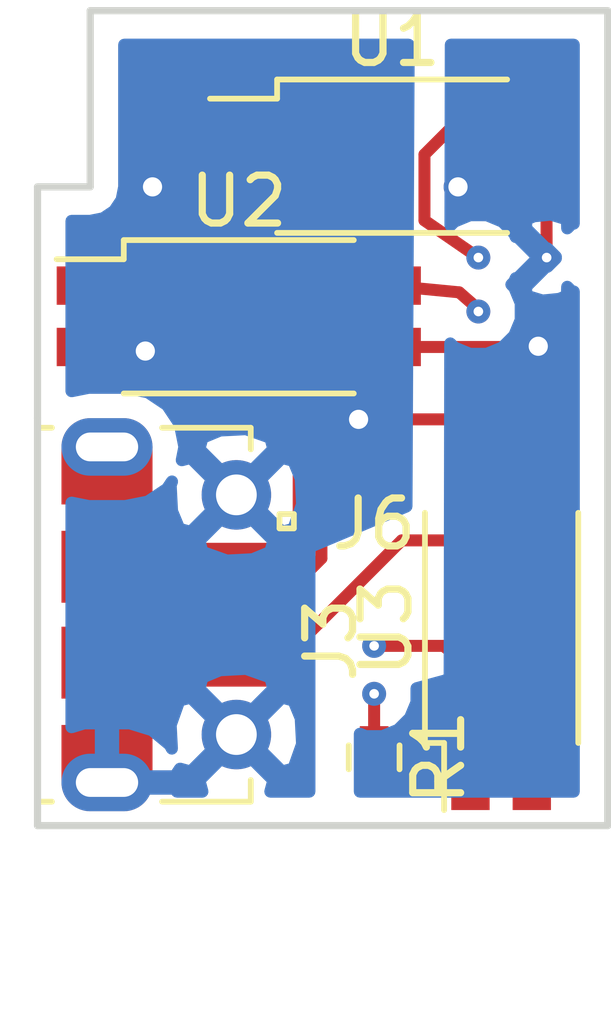
<source format=kicad_pcb>
(kicad_pcb (version 4) (host pcbnew 4.0.6)

  (general
    (links 21)
    (no_connects 4)
    (area 131.737379 96.56 156.232621 114.775)
    (thickness 0.8)
    (drawings 7)
    (tracks 47)
    (zones 0)
    (modules 10)
    (nets 12)
  )

  (page A4)
  (layers
    (0 F.Cu signal)
    (31 B.Cu signal)
    (33 F.Adhes user)
    (35 F.Paste user)
    (37 F.SilkS user)
    (39 F.Mask user)
    (40 Dwgs.User user)
    (41 Cmts.User user)
    (42 Eco1.User user)
    (43 Eco2.User user)
    (44 Edge.Cuts user)
    (45 Margin user)
    (47 F.CrtYd user)
    (49 F.Fab user hide)
  )

  (setup
    (last_trace_width 0.25)
    (trace_clearance 0.2)
    (zone_clearance 0.508)
    (zone_45_only no)
    (trace_min 0.2)
    (segment_width 0.2)
    (edge_width 0.15)
    (via_size 0.6)
    (via_drill 0.4)
    (via_min_size 0.4)
    (via_min_drill 0.3)
    (uvia_size 0.3)
    (uvia_drill 0.1)
    (uvias_allowed no)
    (uvia_min_size 0.2)
    (uvia_min_drill 0.1)
    (pcb_text_width 0.3)
    (pcb_text_size 1.5 1.5)
    (mod_edge_width 0.15)
    (mod_text_size 1 1)
    (mod_text_width 0.15)
    (pad_size 0.5 0.5)
    (pad_drill 0.2)
    (pad_to_mask_clearance 0.2)
    (aux_axis_origin 0 0)
    (grid_origin 150.56 114.71)
    (visible_elements 7FFFEE1F)
    (pcbplotparams
      (layerselection 0x00030_80000001)
      (usegerberextensions false)
      (excludeedgelayer true)
      (linewidth 0.100000)
      (plotframeref false)
      (viasonmask false)
      (mode 1)
      (useauxorigin false)
      (hpglpennumber 1)
      (hpglpenspeed 20)
      (hpglpendiameter 15)
      (hpglpenoverlay 2)
      (psnegative false)
      (psa4output false)
      (plotreference true)
      (plotvalue true)
      (plotinvisibletext false)
      (padsonsilk false)
      (subtractmaskfromsilk false)
      (outputformat 1)
      (mirror false)
      (drillshape 1)
      (scaleselection 1)
      (outputdirectory ""))
  )

  (net 0 "")
  (net 1 "Net-(J1-Pad1)")
  (net 2 "Net-(J2-Pad1)")
  (net 3 "Net-(J3-Pad1)")
  (net 4 "Net-(J3-Pad2)")
  (net 5 "Net-(J3-Pad3)")
  (net 6 "Net-(J3-Pad4)")
  (net 7 GND)
  (net 8 GNDA)
  (net 9 "Net-(J4-Pad1)")
  (net 10 "Net-(J6-Pad1)")
  (net 11 "Net-(R1-Pad2)")

  (net_class Default "Ceci est la Netclass par défaut"
    (clearance 0.2)
    (trace_width 0.25)
    (via_dia 0.6)
    (via_drill 0.4)
    (uvia_dia 0.3)
    (uvia_drill 0.1)
    (add_net GND)
    (add_net GNDA)
    (add_net "Net-(J1-Pad1)")
    (add_net "Net-(J2-Pad1)")
    (add_net "Net-(J3-Pad1)")
    (add_net "Net-(J3-Pad2)")
    (add_net "Net-(J3-Pad3)")
    (add_net "Net-(J3-Pad4)")
    (add_net "Net-(J4-Pad1)")
    (add_net "Net-(J6-Pad1)")
    (add_net "Net-(R1-Pad2)")
  )

  (module empreinte:SOP-4_4.4x2.8mm_Pitch1.27mm_3D (layer F.Cu) (tedit 58D288B6) (tstamp 58D25A28)
    (at 144.36 99.935)
    (descr "4-Lead Plastic Small Outline http://www.vishay.com/docs/49633/sg2098.pdf")
    (tags "SOP 1.27")
    (path /58D10D05)
    (attr smd)
    (fp_text reference U1 (at 0 -2.4) (layer F.SilkS)
      (effects (font (size 1 1) (thickness 0.15)))
    )
    (fp_text value VO615A (at 0.09 1.91) (layer F.Fab) hide
      (effects (font (size 0.127 0.127) (thickness 0.03175)))
    )
    (fp_text user %R (at 0 -2.4) (layer F.Fab)
      (effects (font (size 1 1) (thickness 0.15)))
    )
    (fp_line (start -2.2 -0.79) (end -1.6 -1.39) (layer F.Fab) (width 0.1))
    (fp_line (start -2.4 -1.59) (end -2.4 -1.19) (layer F.SilkS) (width 0.12))
    (fp_line (start -2.4 -1.19) (end -3.8 -1.19) (layer F.SilkS) (width 0.12))
    (fp_line (start -1.6 -1.39) (end 2.2 -1.39) (layer F.Fab) (width 0.1))
    (fp_line (start 2.2 -1.39) (end 2.2 1.41) (layer F.Fab) (width 0.1))
    (fp_line (start 2.2 1.41) (end -2.2 1.41) (layer F.Fab) (width 0.1))
    (fp_line (start -2.2 1.41) (end -2.2 -0.79) (layer F.Fab) (width 0.1))
    (fp_line (start -2.4 -1.59) (end 2.4 -1.59) (layer F.SilkS) (width 0.12))
    (fp_line (start -2.4 1.61) (end 2.4 1.61) (layer F.SilkS) (width 0.12))
    (fp_line (start -4.05 -1.64) (end 4.05 -1.64) (layer F.CrtYd) (width 0.05))
    (fp_line (start -4.05 -1.64) (end -4.05 1.66) (layer F.CrtYd) (width 0.05))
    (fp_line (start 4.05 1.66) (end 4.05 -1.64) (layer F.CrtYd) (width 0.05))
    (fp_line (start 4.05 1.66) (end -4.05 1.66) (layer F.CrtYd) (width 0.05))
    (pad 1 smd rect (at -3.15 -0.64) (size 1.3 0.8) (layers F.Cu F.Paste F.Mask)
      (net 4 "Net-(J3-Pad2)"))
    (pad 2 smd rect (at -3.15 0.64) (size 1.3 0.8) (layers F.Cu F.Paste F.Mask)
      (net 7 GND))
    (pad 3 smd rect (at 3.15 0.64) (size 1.3 0.8) (layers F.Cu F.Paste F.Mask)
      (net 8 GNDA))
    (pad 4 smd rect (at 3.15 -0.64) (size 1.3 0.8) (layers F.Cu F.Paste F.Mask)
      (net 1 "Net-(J1-Pad1)"))
    (model C:/Users/Casawave/AppData/Roaming/kicad/modules/packages3d/uLabs.3dshapes/SSOP-4.wrl
      (at (xyz 0 0 0))
      (scale (xyz 1 1 1))
      (rotate (xyz 0 0 0))
    )
  )

  (module Wire_Pads:SolderWirePad_single_0-8mmDrill (layer F.Cu) (tedit 58D288BD) (tstamp 58D14366)
    (at 146.16 102.06)
    (path /58D14593)
    (fp_text reference J1 (at 0 -2.54) (layer F.SilkS) hide
      (effects (font (size 1 1) (thickness 0.15)))
    )
    (fp_text value "To Power Button (+)" (at -0.04 0.72) (layer F.Fab) hide
      (effects (font (size 0.127 0.127) (thickness 0.03175)))
    )
    (pad 1 thru_hole circle (at 0 0) (size 0.5 0.5) (drill 0.2) (layers *.Cu *.Mask)
      (net 1 "Net-(J1-Pad1)"))
  )

  (module Wire_Pads:SolderWirePad_single_0-8mmDrill (layer F.Cu) (tedit 58D15A4C) (tstamp 58D1436A)
    (at 146.16 103.185)
    (path /58D145EE)
    (fp_text reference J2 (at 0 -2.54) (layer F.SilkS) hide
      (effects (font (size 1 1) (thickness 0.15)))
    )
    (fp_text value "To Shutter Button (+)" (at 0 2.54) (layer F.Fab) hide
      (effects (font (size 1 1) (thickness 0.15)))
    )
    (pad 1 thru_hole circle (at 0 0) (size 0.5 0.5) (drill 0.2) (layers *.Cu *.Mask)
      (net 2 "Net-(J2-Pad1)"))
  )

  (module Wire_Pads:SolderWirePad_single_0-8mmDrill (layer F.Cu) (tedit 58D15964) (tstamp 58D1436E)
    (at 143.985 111.16)
    (path /58D14619)
    (fp_text reference J4 (at 0 -2.54) (layer F.SilkS) hide
      (effects (font (size 1 1) (thickness 0.15)))
    )
    (fp_text value "To Shutter Led + (3.3v)" (at 0 2.54) (layer F.Fab) hide
      (effects (font (size 1 1) (thickness 0.15)))
    )
    (pad 1 thru_hole circle (at 0 0) (size 0.5 0.5) (drill 0.2) (layers *.Cu *.Mask)
      (net 9 "Net-(J4-Pad1)"))
  )

  (module Wire_Pads:SolderWirePad_single_0-8mmDrill (layer F.Cu) (tedit 58D288C1) (tstamp 58D1442B)
    (at 147.585 102.06)
    (path /58D1481C)
    (fp_text reference J5 (at 0 -2.54) (layer F.SilkS) hide
      (effects (font (size 1 1) (thickness 0.15)))
    )
    (fp_text value TEST_1P (at -0.04 0.72) (layer F.Fab) hide
      (effects (font (size 0.127 0.127) (thickness 0.03175)))
    )
    (pad 1 thru_hole circle (at 0 0) (size 0.5 0.5) (drill 0.2) (layers *.Cu *.Mask)
      (net 8 GNDA))
  )

  (module empreinte:USB_Mirco-B_Molex-105017-0001 (layer F.Cu) (tedit 58D19C6E) (tstamp 58D19D3E)
    (at 141.11 109.51 270)
    (path /58D10D92)
    (fp_text reference J3 (at 0.53 -1.97 270) (layer F.SilkS)
      (effects (font (size 1 1) (thickness 0.15)))
    )
    (fp_text value USB (at 0.3 5.8 270) (layer F.Fab)
      (effects (font (size 1 1) (thickness 0.15)))
    )
    (fp_line (start -4.4 4.15) (end 4.4 4.15) (layer F.CrtYd) (width 0.05))
    (fp_line (start 4.4 -1) (end 4.4 4.15) (layer F.CrtYd) (width 0.05))
    (fp_line (start -4.4 -1) (end 4.4 -1) (layer F.CrtYd) (width 0.05))
    (fp_line (start -4.4 4.15) (end -4.4 -1) (layer F.CrtYd) (width 0.05))
    (fp_text user "PCB Edge" (at 6.65 4.5 270) (layer F.Fab)
      (effects (font (size 0.5 0.5) (thickness 0.08)))
    )
    (fp_line (start 3 4.15) (end 4.8 4.5) (layer F.Fab) (width 0.05))
    (fp_line (start -3.9 -0.3) (end -3.45 -0.3) (layer F.SilkS) (width 0.12))
    (fp_line (start -3.9 1.55) (end -3.9 -0.3) (layer F.SilkS) (width 0.12))
    (fp_line (start 3.9 4.1) (end 3.9 3.85) (layer F.SilkS) (width 0.12))
    (fp_line (start 3.75 4.85) (end 3.75 -0.15) (layer F.Fab) (width 0.1))
    (fp_line (start -3 4.151704) (end 3 4.151704) (layer F.Fab) (width 0.08))
    (fp_line (start -3.75 4.851704) (end 3.75 4.851704) (layer F.Fab) (width 0.1))
    (fp_line (start -3.75 -0.15) (end 3.75 -0.15) (layer F.Fab) (width 0.1))
    (fp_line (start -3.75 4.85) (end -3.75 -0.15) (layer F.Fab) (width 0.1))
    (fp_line (start -3.9 4.1) (end -3.9 3.85) (layer F.SilkS) (width 0.12))
    (fp_line (start 3.9 1.55) (end 3.9 -0.3) (layer F.SilkS) (width 0.12))
    (fp_line (start 3.9 -0.3) (end 3.45 -0.3) (layer F.SilkS) (width 0.12))
    (fp_line (start -2.1 -0.9) (end -2.1 -1.2) (layer F.SilkS) (width 0.12))
    (fp_line (start -2.1 -1.2) (end -1.8 -1.2) (layer F.SilkS) (width 0.12))
    (fp_line (start -1.8 -1.2) (end -1.8 -0.9) (layer F.SilkS) (width 0.12))
    (fp_line (start -1.8 -0.9) (end -2.1 -0.9) (layer F.SilkS) (width 0.12))
    (fp_line (start -2 -0.9) (end -2.1 -0.9) (layer F.Fab) (width 0.1))
    (fp_line (start -2.1 -0.9) (end -2.1 -1.2) (layer F.Fab) (width 0.1))
    (fp_line (start -2.1 -1.2) (end -1.8 -1.2) (layer F.Fab) (width 0.1))
    (fp_line (start -1.8 -1.2) (end -1.8 -0.9) (layer F.Fab) (width 0.1))
    (fp_line (start -1.8 -0.9) (end -2 -0.9) (layer F.Fab) (width 0.1))
    (pad 6 smd rect (at 1 2.7 270) (size 1.5 1.9) (layers F.Cu F.Paste F.Mask)
      (net 7 GND))
    (pad 6 thru_hole circle (at -2.5 0 270) (size 1.45 1.45) (drill 0.85) (layers *.Cu *.Mask)
      (net 7 GND))
    (pad 2 smd rect (at -0.65 0 270) (size 0.4 1.35) (layers F.Cu F.Paste F.Mask)
      (net 4 "Net-(J3-Pad2)"))
    (pad 1 smd rect (at -1.3 0 270) (size 0.4 1.35) (layers F.Cu F.Paste F.Mask)
      (net 3 "Net-(J3-Pad1)"))
    (pad 5 smd rect (at 1.3 0 270) (size 0.4 1.35) (layers F.Cu F.Paste F.Mask)
      (net 7 GND))
    (pad 4 smd rect (at 0.65 0 270) (size 0.4 1.35) (layers F.Cu F.Paste F.Mask)
      (net 6 "Net-(J3-Pad4)"))
    (pad 3 smd rect (at 0 0 270) (size 0.4 1.35) (layers F.Cu F.Paste F.Mask)
      (net 5 "Net-(J3-Pad3)"))
    (pad 6 thru_hole circle (at 2.5 0 270) (size 1.45 1.45) (drill 0.85) (layers *.Cu *.Mask)
      (net 7 GND))
    (pad 6 smd rect (at -1 2.7 270) (size 1.5 1.9) (layers F.Cu F.Paste F.Mask)
      (net 7 GND))
    (pad 6 thru_hole oval (at -3.5 2.7 90) (size 1.2 1.9) (drill oval 0.6 1.3) (layers *.Cu *.Mask)
      (net 7 GND) (zone_connect 0))
    (pad 6 thru_hole oval (at 3.5 2.7 270) (size 1.2 1.9) (drill oval 0.6 1.3) (layers *.Cu *.Mask)
      (net 7 GND))
    (pad 6 smd rect (at 2.9 2.7 270) (size 1.2 1.9) (layers F.Cu F.Mask)
      (net 7 GND))
    (pad 6 smd rect (at -2.9 2.7 270) (size 1.2 1.9) (layers F.Cu F.Mask)
      (net 7 GND))
    (model C:/Users/Casawave/AppData/Roaming/kicad/modules/packages3d/uLabs.3dshapes/Molex_Micro_USB_105017-0001.wrl
      (at (xyz 0 0 -0.03))
      (scale (xyz 1 1 1))
      (rotate (xyz 0 0 0))
    )
  )

  (module empreinte:SOP-4_4.4x2.8mm_Pitch1.27mm_3D (layer F.Cu) (tedit 58A079E7) (tstamp 58D25A3D)
    (at 141.16 103.285)
    (descr "4-Lead Plastic Small Outline http://www.vishay.com/docs/49633/sg2098.pdf")
    (tags "SOP 1.27")
    (path /58D10D3C)
    (attr smd)
    (fp_text reference U2 (at 0 -2.4) (layer F.SilkS)
      (effects (font (size 1 1) (thickness 0.15)))
    )
    (fp_text value VO615A (at 1 2.5) (layer F.Fab)
      (effects (font (size 1 1) (thickness 0.15)))
    )
    (fp_text user %R (at 0 -2.4) (layer F.Fab)
      (effects (font (size 1 1) (thickness 0.15)))
    )
    (fp_line (start -2.2 -0.79) (end -1.6 -1.39) (layer F.Fab) (width 0.1))
    (fp_line (start -2.4 -1.59) (end -2.4 -1.19) (layer F.SilkS) (width 0.12))
    (fp_line (start -2.4 -1.19) (end -3.8 -1.19) (layer F.SilkS) (width 0.12))
    (fp_line (start -1.6 -1.39) (end 2.2 -1.39) (layer F.Fab) (width 0.1))
    (fp_line (start 2.2 -1.39) (end 2.2 1.41) (layer F.Fab) (width 0.1))
    (fp_line (start 2.2 1.41) (end -2.2 1.41) (layer F.Fab) (width 0.1))
    (fp_line (start -2.2 1.41) (end -2.2 -0.79) (layer F.Fab) (width 0.1))
    (fp_line (start -2.4 -1.59) (end 2.4 -1.59) (layer F.SilkS) (width 0.12))
    (fp_line (start -2.4 1.61) (end 2.4 1.61) (layer F.SilkS) (width 0.12))
    (fp_line (start -4.05 -1.64) (end 4.05 -1.64) (layer F.CrtYd) (width 0.05))
    (fp_line (start -4.05 -1.64) (end -4.05 1.66) (layer F.CrtYd) (width 0.05))
    (fp_line (start 4.05 1.66) (end 4.05 -1.64) (layer F.CrtYd) (width 0.05))
    (fp_line (start 4.05 1.66) (end -4.05 1.66) (layer F.CrtYd) (width 0.05))
    (pad 1 smd rect (at -3.15 -0.64) (size 1.3 0.8) (layers F.Cu F.Paste F.Mask)
      (net 3 "Net-(J3-Pad1)"))
    (pad 2 smd rect (at -3.15 0.64) (size 1.3 0.8) (layers F.Cu F.Paste F.Mask)
      (net 7 GND))
    (pad 3 smd rect (at 3.15 0.64) (size 1.3 0.8) (layers F.Cu F.Paste F.Mask)
      (net 8 GNDA))
    (pad 4 smd rect (at 3.15 -0.64) (size 1.3 0.8) (layers F.Cu F.Paste F.Mask)
      (net 2 "Net-(J2-Pad1)"))
    (model C:/Users/Casawave/AppData/Roaming/kicad/modules/packages3d/uLabs.3dshapes/SSOP-4.wrl
      (at (xyz 0 0 0))
      (scale (xyz 1 1 1))
      (rotate (xyz 0 0 0))
    )
  )

  (module empreinte:SOP-4_4.4x2.8mm_Pitch1.27mm_3D (layer F.Cu) (tedit 58A079E7) (tstamp 58D25A52)
    (at 146.635 109.785 90)
    (descr "4-Lead Plastic Small Outline http://www.vishay.com/docs/49633/sg2098.pdf")
    (tags "SOP 1.27")
    (path /58D10D73)
    (attr smd)
    (fp_text reference U3 (at 0 -2.4 90) (layer F.SilkS)
      (effects (font (size 1 1) (thickness 0.15)))
    )
    (fp_text value SHT_LED (at 1 2.5 90) (layer F.Fab)
      (effects (font (size 1 1) (thickness 0.15)))
    )
    (fp_text user %R (at 0 -2.4 90) (layer F.Fab)
      (effects (font (size 1 1) (thickness 0.15)))
    )
    (fp_line (start -2.2 -0.79) (end -1.6 -1.39) (layer F.Fab) (width 0.1))
    (fp_line (start -2.4 -1.59) (end -2.4 -1.19) (layer F.SilkS) (width 0.12))
    (fp_line (start -2.4 -1.19) (end -3.8 -1.19) (layer F.SilkS) (width 0.12))
    (fp_line (start -1.6 -1.39) (end 2.2 -1.39) (layer F.Fab) (width 0.1))
    (fp_line (start 2.2 -1.39) (end 2.2 1.41) (layer F.Fab) (width 0.1))
    (fp_line (start 2.2 1.41) (end -2.2 1.41) (layer F.Fab) (width 0.1))
    (fp_line (start -2.2 1.41) (end -2.2 -0.79) (layer F.Fab) (width 0.1))
    (fp_line (start -2.4 -1.59) (end 2.4 -1.59) (layer F.SilkS) (width 0.12))
    (fp_line (start -2.4 1.61) (end 2.4 1.61) (layer F.SilkS) (width 0.12))
    (fp_line (start -4.05 -1.64) (end 4.05 -1.64) (layer F.CrtYd) (width 0.05))
    (fp_line (start -4.05 -1.64) (end -4.05 1.66) (layer F.CrtYd) (width 0.05))
    (fp_line (start 4.05 1.66) (end 4.05 -1.64) (layer F.CrtYd) (width 0.05))
    (fp_line (start 4.05 1.66) (end -4.05 1.66) (layer F.CrtYd) (width 0.05))
    (pad 1 smd rect (at -3.15 -0.64 90) (size 1.3 0.8) (layers F.Cu F.Paste F.Mask)
      (net 11 "Net-(R1-Pad2)"))
    (pad 2 smd rect (at -3.15 0.64 90) (size 1.3 0.8) (layers F.Cu F.Paste F.Mask)
      (net 10 "Net-(J6-Pad1)"))
    (pad 3 smd rect (at 3.15 0.64 90) (size 1.3 0.8) (layers F.Cu F.Paste F.Mask)
      (net 7 GND))
    (pad 4 smd rect (at 3.15 -0.64 90) (size 1.3 0.8) (layers F.Cu F.Paste F.Mask)
      (net 6 "Net-(J3-Pad4)"))
    (model C:/Users/Casawave/AppData/Roaming/kicad/modules/packages3d/uLabs.3dshapes/SSOP-4.wrl
      (at (xyz 0 0 0))
      (scale (xyz 1 1 1))
      (rotate (xyz 0 0 0))
    )
  )

  (module Wire_Pads:SolderWirePad_single_0-8mmDrill (layer F.Cu) (tedit 58D2D2EF) (tstamp 58D2BB21)
    (at 143.985 110.16)
    (path /58D2BA8D)
    (fp_text reference J6 (at 0 -2.54) (layer F.SilkS)
      (effects (font (size 1 1) (thickness 0.15)))
    )
    (fp_text value "To Shutter Led - (1.8 ou 2.2v)" (at 0 2.54) (layer F.Fab)
      (effects (font (size 1 1) (thickness 0.15)))
    )
    (pad 1 thru_hole circle (at 0 0) (size 0.5 0.5) (drill 0.2) (layers *.Cu *.Mask)
      (net 10 "Net-(J6-Pad1)"))
  )

  (module Resistors_SMD:R_0402 (layer F.Cu) (tedit 58AAD9A4) (tstamp 58D2D552)
    (at 143.985 112.485 270)
    (descr "Resistor SMD 0402, reflow soldering, Vishay (see dcrcw.pdf)")
    (tags "resistor 0402")
    (path /58D2BC8F)
    (attr smd)
    (fp_text reference R1 (at 0 -1.35 270) (layer F.SilkS)
      (effects (font (size 1 1) (thickness 0.15)))
    )
    (fp_text value 1,2K (at 0 1.45 270) (layer F.Fab)
      (effects (font (size 1 1) (thickness 0.15)))
    )
    (fp_text user %R (at 0 -1.35 270) (layer F.Fab)
      (effects (font (size 1 1) (thickness 0.15)))
    )
    (fp_line (start -0.5 0.25) (end -0.5 -0.25) (layer F.Fab) (width 0.1))
    (fp_line (start 0.5 0.25) (end -0.5 0.25) (layer F.Fab) (width 0.1))
    (fp_line (start 0.5 -0.25) (end 0.5 0.25) (layer F.Fab) (width 0.1))
    (fp_line (start -0.5 -0.25) (end 0.5 -0.25) (layer F.Fab) (width 0.1))
    (fp_line (start 0.25 -0.53) (end -0.25 -0.53) (layer F.SilkS) (width 0.12))
    (fp_line (start -0.25 0.53) (end 0.25 0.53) (layer F.SilkS) (width 0.12))
    (fp_line (start -0.8 -0.45) (end 0.8 -0.45) (layer F.CrtYd) (width 0.05))
    (fp_line (start -0.8 -0.45) (end -0.8 0.45) (layer F.CrtYd) (width 0.05))
    (fp_line (start 0.8 0.45) (end 0.8 -0.45) (layer F.CrtYd) (width 0.05))
    (fp_line (start 0.8 0.45) (end -0.8 0.45) (layer F.CrtYd) (width 0.05))
    (pad 1 smd rect (at -0.45 0 270) (size 0.4 0.6) (layers F.Cu F.Paste F.Mask)
      (net 9 "Net-(J4-Pad1)"))
    (pad 2 smd rect (at 0.45 0 270) (size 0.4 0.6) (layers F.Cu F.Paste F.Mask)
      (net 11 "Net-(R1-Pad2)"))
    (model Resistors_SMD.3dshapes/R_0402.wrl
      (at (xyz 0 0 0))
      (scale (xyz 1 1 1))
      (rotate (xyz 0 0 0))
    )
  )

  (gr_line (start 136.96 100.585) (end 138.06 100.585) (layer Edge.Cuts) (width 0.15))
  (gr_line (start 138.06 100.585) (end 138.06 96.91) (angle 90) (layer Edge.Cuts) (width 0.15) (tstamp 58D7B322))
  (gr_line (start 136.96 113.91) (end 136.96 105.41) (angle 90) (layer Edge.Cuts) (width 0.15))
  (gr_line (start 148.86 113.91) (end 136.96 113.91) (angle 90) (layer Edge.Cuts) (width 0.15))
  (gr_line (start 148.86 96.91) (end 148.86 113.91) (angle 90) (layer Edge.Cuts) (width 0.15))
  (gr_line (start 138.06 96.91) (end 148.86 96.91) (angle 90) (layer Edge.Cuts) (width 0.15))
  (gr_line (start 136.96 105.41) (end 136.96 100.585) (angle 90) (layer Edge.Cuts) (width 0.15))

  (segment (start 146.16 102.06) (end 145.035 101.285) (width 0.25) (layer F.Cu) (net 1) (status 10))
  (segment (start 145.66 99.285) (end 147.51 99.295) (width 0.25) (layer F.Cu) (net 1) (tstamp 58D2B458) (status 20))
  (segment (start 145.035 99.91) (end 145.66 99.285) (width 0.25) (layer F.Cu) (net 1) (tstamp 58D2B450))
  (segment (start 145.035 101.285) (end 145.035 99.91) (width 0.25) (layer F.Cu) (net 1) (tstamp 58D2B448))
  (segment (start 146.16 103.185) (end 146.16 103.135) (width 0.25) (layer F.Cu) (net 2) (status 30))
  (segment (start 145.76 102.785) (end 144.31 102.645) (width 0.25) (layer F.Cu) (net 2) (tstamp 58D2B4A8) (status 20))
  (segment (start 146.16 103.135) (end 145.76 102.785) (width 0.25) (layer F.Cu) (net 2) (tstamp 58D2B4A4) (status 10))
  (segment (start 146.16 103.185) (end 146.16 103.085) (width 0.25) (layer F.Cu) (net 2) (status 30))
  (segment (start 138.01 102.645) (end 140.97 102.77) (width 0.25) (layer F.Cu) (net 3) (status 10))
  (segment (start 142.06 108.21) (end 141.035 108.21) (width 0.25) (layer F.Cu) (net 3) (tstamp 58D2B36F) (status 20))
  (segment (start 140.97 102.77) (end 142.41 104.21) (width 0.25) (layer F.Cu) (net 3) (tstamp 58D2B347))
  (segment (start 142.41 104.21) (end 142.41 107.86) (width 0.25) (layer F.Cu) (net 3) (tstamp 58D2B354))
  (segment (start 142.41 107.86) (end 142.06 108.21) (width 0.25) (layer F.Cu) (net 3) (tstamp 58D2B367))
  (segment (start 141.21 99.295) (end 142.245 99.295) (width 0.25) (layer F.Cu) (net 4) (status 10))
  (segment (start 142.36 108.86) (end 141.035 108.86) (width 0.25) (layer F.Cu) (net 4) (tstamp 58D2B388) (status 20))
  (segment (start 142.885 108.335) (end 142.36 108.86) (width 0.25) (layer F.Cu) (net 4) (tstamp 58D2B381))
  (segment (start 142.885 99.935) (end 142.885 108.335) (width 0.25) (layer F.Cu) (net 4) (tstamp 58D2B37B))
  (segment (start 142.245 99.295) (end 142.885 99.935) (width 0.25) (layer F.Cu) (net 4) (tstamp 58D2B377))
  (segment (start 145.995 106.635) (end 145.985 107.96) (width 0.25) (layer F.Cu) (net 6) (status 10))
  (segment (start 144.56 107.96) (end 145.985 107.96) (width 0.25) (layer F.Cu) (net 6) (tstamp 58D2D6A8))
  (segment (start 142.36 110.16) (end 141.035 110.16) (width 0.25) (layer F.Cu) (net 6) (tstamp 58D2B3A4) (status 20))
  (segment (start 142.36 110.16) (end 144.56 107.96) (width 0.25) (layer F.Cu) (net 6))
  (segment (start 147.275 106.635) (end 147.285 105.76) (width 0.25) (layer F.Cu) (net 7) (status 10))
  (via (at 143.66 105.435) (size 0.6) (drill 0.4) (layers F.Cu B.Cu) (net 7))
  (segment (start 146.835 105.435) (end 143.66 105.435) (width 0.25) (layer F.Cu) (net 7) (tstamp 58D2B677))
  (segment (start 147.285 105.76) (end 146.835 105.435) (width 0.25) (layer F.Cu) (net 7) (tstamp 58D2B675))
  (segment (start 138.01 103.925) (end 139.17 104.05) (width 0.25) (layer F.Cu) (net 7) (status 10))
  (via (at 139.21 104.01) (size 0.6) (drill 0.4) (layers F.Cu B.Cu) (net 7))
  (segment (start 141.21 100.575) (end 139.37 100.575) (width 0.25) (layer F.Cu) (net 7) (status 10))
  (via (at 139.36 100.585) (size 0.6) (drill 0.4) (layers F.Cu B.Cu) (net 7))
  (segment (start 139.36 100.585) (end 139.26 100.685) (width 0.25) (layer B.Cu) (net 7) (tstamp 58D15C33))
  (segment (start 139.37 100.575) (end 139.36 100.585) (width 0.25) (layer F.Cu) (net 7) (tstamp 58D29179))
  (segment (start 147.275 106.635) (end 147.275 106.325) (width 0.25) (layer F.Cu) (net 7) (status 30))
  (segment (start 144.31 103.925) (end 147.395 103.925) (width 0.25) (layer F.Cu) (net 8) (status 10))
  (via (at 147.41 103.91) (size 0.6) (drill 0.4) (layers F.Cu B.Cu) (net 8))
  (segment (start 145.76 100.56) (end 145.735 100.585) (width 0.25) (layer B.Cu) (net 8))
  (segment (start 145.745 100.575) (end 147.51 100.575) (width 0.25) (layer F.Cu) (net 8) (tstamp 58D2B536) (status 20))
  (segment (start 145.735 100.585) (end 145.745 100.575) (width 0.25) (layer F.Cu) (net 8) (tstamp 58D2B535))
  (via (at 145.735 100.585) (size 0.6) (drill 0.4) (layers F.Cu B.Cu) (net 8))
  (segment (start 147.585 102.06) (end 147.58 100.645) (width 0.25) (layer F.Cu) (net 8) (status 10))
  (segment (start 147.535 102.01) (end 147.585 102.06) (width 0.25) (layer F.Cu) (net 8) (tstamp 58D15DF1) (status 30))
  (segment (start 143.985 111.16) (end 143.985 112.035) (width 0.25) (layer F.Cu) (net 9) (status 10))
  (segment (start 143.985 111.16) (end 143.885 111.16) (width 0.25) (layer F.Cu) (net 9) (status 30))
  (segment (start 143.985 110.16) (end 145.435 110.16) (width 0.25) (layer F.Cu) (net 10))
  (segment (start 147.285 111.71) (end 147.275 112.935) (width 0.25) (layer F.Cu) (net 10) (tstamp 58D2D670) (status 20))
  (segment (start 145.435 110.16) (end 147.285 111.71) (width 0.25) (layer F.Cu) (net 10) (tstamp 58D2D66A))
  (segment (start 143.985 112.935) (end 145.995 112.935) (width 0.25) (layer F.Cu) (net 11) (status 20))

  (zone (net 7) (net_name GND) (layer B.Cu) (tstamp 58D14D56) (hatch edge 0.508)
    (connect_pads (clearance 0.508))
    (min_thickness 0.254)
    (fill yes (arc_segments 16) (thermal_gap 0.508) (thermal_bridge_width 0.508))
    (polygon
      (pts
        (xy 142.76 113.91) (xy 136.96 113.91) (xy 136.96 96.91) (xy 144.835 96.885) (xy 144.785 107.335)
        (xy 142.76 108.185)
      )
    )
    (filled_polygon
      (pts
        (xy 144.658403 107.250405) (xy 142.710846 108.067898) (xy 142.669159 108.096248) (xy 142.641787 108.138582) (xy 142.633 108.185)
        (xy 142.633 113.2) (xy 141.819355 113.2) (xy 141.883793 112.963398) (xy 141.11 112.189605) (xy 140.336207 112.963398)
        (xy 140.400645 113.2) (xy 139.869957 113.2) (xy 139.828731 113.137) (xy 138.537 113.137) (xy 138.537 113.157)
        (xy 138.283 113.157) (xy 138.283 113.137) (xy 138.263 113.137) (xy 138.263 112.883) (xy 138.283 112.883)
        (xy 138.283 111.775) (xy 138.537 111.775) (xy 138.537 112.883) (xy 139.828731 112.883) (xy 139.933424 112.723012)
        (xy 140.156602 112.783793) (xy 140.930395 112.01) (xy 141.289605 112.01) (xy 142.063398 112.783793) (xy 142.301753 112.718878)
        (xy 142.482312 112.208854) (xy 142.453949 111.668556) (xy 142.301753 111.301122) (xy 142.063398 111.236207) (xy 141.289605 112.01)
        (xy 140.930395 112.01) (xy 140.156602 111.236207) (xy 139.918247 111.301122) (xy 139.737688 111.811146) (xy 139.763505 112.302945)
        (xy 139.72308 112.226526) (xy 139.349947 111.91761) (xy 138.887 111.775) (xy 138.537 111.775) (xy 138.283 111.775)
        (xy 137.933 111.775) (xy 137.67 111.856017) (xy 137.67 111.056602) (xy 140.336207 111.056602) (xy 141.11 111.830395)
        (xy 141.883793 111.056602) (xy 141.818878 110.818247) (xy 141.308854 110.637688) (xy 140.768556 110.666051) (xy 140.401122 110.818247)
        (xy 140.336207 111.056602) (xy 137.67 111.056602) (xy 137.67 107.963398) (xy 140.336207 107.963398) (xy 140.401122 108.201753)
        (xy 140.911146 108.382312) (xy 141.451444 108.353949) (xy 141.818878 108.201753) (xy 141.883793 107.963398) (xy 141.11 107.189605)
        (xy 140.336207 107.963398) (xy 137.67 107.963398) (xy 137.67 107.173601) (xy 138.028948 107.245) (xy 138.791052 107.245)
        (xy 139.263666 107.150991) (xy 139.664329 106.883277) (xy 139.766044 106.73105) (xy 139.737688 106.811146) (xy 139.766051 107.351444)
        (xy 139.918247 107.718878) (xy 140.156602 107.783793) (xy 140.930395 107.01) (xy 141.289605 107.01) (xy 142.063398 107.783793)
        (xy 142.301753 107.718878) (xy 142.482312 107.208854) (xy 142.453949 106.668556) (xy 142.301753 106.301122) (xy 142.063398 106.236207)
        (xy 141.289605 107.01) (xy 140.930395 107.01) (xy 140.156602 106.236207) (xy 139.971002 106.286754) (xy 140.016782 106.056602)
        (xy 140.336207 106.056602) (xy 141.11 106.830395) (xy 141.883793 106.056602) (xy 141.818878 105.818247) (xy 141.308854 105.637688)
        (xy 140.768556 105.666051) (xy 140.401122 105.818247) (xy 140.336207 106.056602) (xy 140.016782 106.056602) (xy 140.026052 106.01)
        (xy 139.932043 105.537386) (xy 139.664329 105.136723) (xy 139.263666 104.869009) (xy 138.791052 104.775) (xy 138.028948 104.775)
        (xy 137.67 104.846399) (xy 137.67 101.295) (xy 138.06 101.295) (xy 138.331705 101.240954) (xy 138.562046 101.087046)
        (xy 138.715954 100.856705) (xy 138.77 100.585) (xy 138.77 97.62) (xy 144.704481 97.62)
      )
    )
  )
  (zone (net 8) (net_name GNDA) (layer B.Cu) (tstamp 58D28B45) (hatch edge 0.508)
    (connect_pads (clearance 0.508))
    (min_thickness 0.254)
    (fill yes (arc_segments 16) (thermal_gap 0.508) (thermal_bridge_width 0.508))
    (polygon
      (pts
        (xy 148.785 113.91) (xy 143.56 113.91) (xy 143.56 111.27) (xy 145.435 110.76) (xy 145.46 96.885)
        (xy 148.81 96.885)
      )
    )
    (filled_polygon
      (pts
        (xy 148.15 101.35242) (xy 148.131486 101.333906) (xy 148.014841 101.450551) (xy 148.00914 101.263558) (xy 147.67207 101.161872)
        (xy 147.321743 101.196917) (xy 147.16086 101.263558) (xy 147.155075 101.453298) (xy 147.585 101.883223) (xy 147.600557 101.867667)
        (xy 147.777334 102.044444) (xy 147.761777 102.06) (xy 147.777334 102.075557) (xy 147.600557 102.252334) (xy 147.585 102.236777)
        (xy 147.155075 102.666702) (xy 147.16086 102.856442) (xy 147.49793 102.958128) (xy 147.848257 102.923083) (xy 148.00914 102.856442)
        (xy 148.014841 102.669449) (xy 148.131486 102.786094) (xy 148.15 102.76758) (xy 148.15 113.2) (xy 143.687 113.2)
        (xy 143.687 111.994524) (xy 143.80819 112.044846) (xy 144.160265 112.045153) (xy 144.485657 111.910704) (xy 144.734829 111.661967)
        (xy 144.869846 111.33681) (xy 144.8701 111.045267) (xy 145.468333 110.882548) (xy 145.513385 110.859924) (xy 145.546085 110.821556)
        (xy 145.562 110.760229) (xy 145.574449 103.851099) (xy 145.658033 103.934829) (xy 145.98319 104.069846) (xy 146.335265 104.070153)
        (xy 146.660657 103.935704) (xy 146.909829 103.686967) (xy 147.044846 103.36181) (xy 147.045153 103.009735) (xy 146.910704 102.684343)
        (xy 146.849079 102.622611) (xy 146.909829 102.561967) (xy 146.940225 102.488764) (xy 146.978298 102.489925) (xy 147.408223 102.06)
        (xy 146.978298 101.630075) (xy 146.940407 101.63123) (xy 146.910704 101.559343) (xy 146.661967 101.310171) (xy 146.33681 101.175154)
        (xy 145.984735 101.174847) (xy 145.659343 101.309296) (xy 145.578884 101.389614) (xy 145.585676 97.62) (xy 148.15 97.62)
      )
    )
  )
)

</source>
